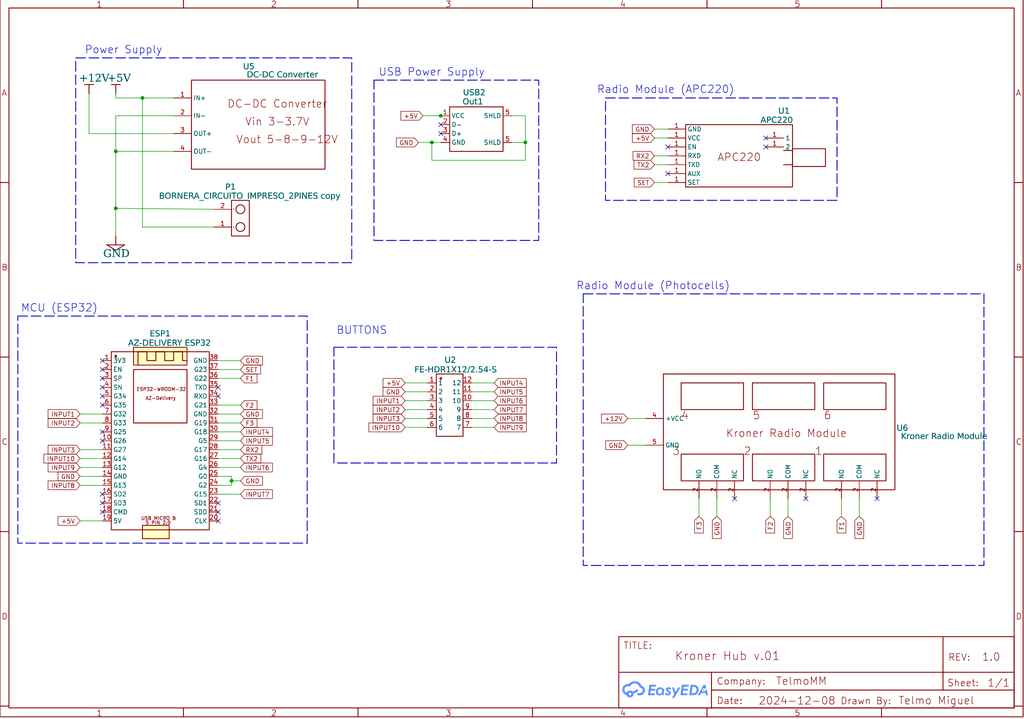
<source format=kicad_sch>
(kicad_sch (version 20250114) (generator "eeschema") (generator_version "9.0")
  (paper "User" 292.1 205.105)
  (lib_symbols
    (symbol "+12V" (power) (pin_numbers (hide yes)) (pin_names (hide yes))
      (property "Value" "+12V" (at 0 -3.81 0))
      (symbol "+12V_0_0"
        (pin power_in line (at 0 0 270) (length 0) (name "+12V") (number "1"))
      )
    )
    (symbol "+5V" (power) (pin_numbers (hide yes)) (pin_names (hide yes))
      (property "Value" "+5V" (at 0 -3.81 0))
      (symbol "+5V_0_0"
        (pin power_in line (at 0 0 270) (length 0) (name "+5V") (number "1"))
      )
    )
    (symbol "APC220"
      (property "Reference" "U1" (at -4.0386 21.2471 0))
      (property "Value" "APC220" (at -9.4742 18.7071 0))
      (symbol "APC220_0_0"
        (text "APC220" (at -8.89 8.5217 0) (effects (font (size 2.1717 2.1717)) (justify right top)))
        (pin unspecified line (at -35.56 15.24 0) (length 5.08) (name "GND") (number "1"))
        (pin unspecified line (at -35.56 12.7 0) (length 5.08) (name "VCC") (number "1"))
        (pin unspecified line (at -35.56 10.16 0) (length 5.08) (name "EN") (number "1"))
        (pin unspecified line (at -35.56 7.62 0) (length 5.08) (name "RXD") (number "1"))
        (pin unspecified line (at -35.56 5.08 0) (length 5.08) (name "TXD") (number "1"))
        (pin unspecified line (at -35.56 2.54 0) (length 5.08) (name "AUX") (number "1"))
        (pin unspecified line (at -35.56 0 0) (length 5.08) (name "SET") (number "1"))
        (pin unspecified line (at -7.62 12.7 0) (length 5.08) (name "1") (number "1"))
        (pin unspecified line (at -7.62 10.16 0) (length 5.08) (name "2") (number "1"))
      )
    )
    (symbol "AZ-DELIVERY ESP32"
      (property "Reference" "ESP1" (at -3.0226 32.6517 0))
      (property "Value" "AZ-DELIVERY ESP32" (at -10.5156 30.0609 0))
      (symbol "AZ-DELIVERY ESP32_0_0"
        (text "ESP32-WROOM-32" (at -6.8072 16.5354 0) (effects (font (size 0.9652 0.9652)) (justify left top)))
        (text "USB MICRO B" (at -5.5372 -20.2692 0) (effects (font (size 0.9652 0.9652)) (justify left top)))
        (text "AZ-Delivery" (at -4.2672 13.9954 0) (effects (font (size 0.9652 0.9652)) (justify left top)))
        (text "5 PIN 2.0" (at -4.2672 -21.5392 0) (effects (font (size 0.9652 0.9652)) (justify left top)))
        (pin passive line (at -16.51 24.13 0) (length 2.54) (name "3V3") (number "1"))
        (pin unspecified line (at -16.51 21.59 0) (length 2.54) (name "EN") (number "2"))
        (pin unspecified line (at -16.51 19.05 0) (length 2.54) (name "SP") (number "3"))
        (pin unspecified line (at -16.51 16.51 0) (length 2.54) (name "SN") (number "4"))
        (pin unspecified line (at -16.51 13.97 0) (length 2.54) (name "G34") (number "5"))
        (pin unspecified line (at -16.51 11.43 0) (length 2.54) (name "G35") (number "6"))
        (pin unspecified line (at -16.51 8.89 0) (length 2.54) (name "G32") (number "7"))
        (pin unspecified line (at -16.51 6.35 0) (length 2.54) (name "G33") (number "8"))
        (pin unspecified line (at -16.51 3.81 0) (length 2.54) (name "G25") (number "9"))
        (pin unspecified line (at -16.51 1.27 0) (length 2.54) (name "G26") (number "10"))
        (pin unspecified line (at -16.51 -1.27 0) (length 2.54) (name "G27") (number "11"))
        (pin unspecified line (at -16.51 -3.81 0) (length 2.54) (name "G14") (number "12"))
        (pin unspecified line (at -16.51 -6.35 0) (length 2.54) (name "G12") (number "13"))
        (pin unspecified line (at -16.51 -8.89 0) (length 2.54) (name "GND") (number "14"))
        (pin unspecified line (at -16.51 -11.43 0) (length 2.54) (name "G13") (number "15"))
        (pin unspecified line (at -16.51 -13.97 0) (length 2.54) (name "SD2") (number "16"))
        (pin unspecified line (at -16.51 -16.51 0) (length 2.54) (name "SD3") (number "17"))
        (pin unspecified line (at -16.51 -19.05 0) (length 2.54) (name "CMD") (number "18"))
        (pin passive line (at -16.51 -21.59 0) (length 2.54) (name "5V") (number "19"))
        (pin unspecified line (at 16.51 24.13 180) (length 2.54) (name "GND") (number "38"))
        (pin unspecified line (at 16.51 21.59 180) (length 2.54) (name "G23") (number "37"))
        (pin unspecified line (at 16.51 19.05 180) (length 2.54) (name "G22") (number "36"))
        (pin unspecified line (at 16.51 16.51 180) (length 2.54) (name "TXD") (number "35"))
        (pin unspecified line (at 16.51 13.97 180) (length 2.54) (name "RXD") (number "34"))
        (pin unspecified line (at 16.51 11.43 180) (length 2.54) (name "G21") (number "33"))
        (pin unspecified line (at 16.51 8.89 180) (length 2.54) (name "GND") (number "32"))
        (pin unspecified line (at 16.51 6.35 180) (length 2.54) (name "G19") (number "31"))
        (pin unspecified line (at 16.51 3.81 180) (length 2.54) (name "G18") (number "30"))
        (pin unspecified line (at 16.51 1.27 180) (length 2.54) (name "G5") (number "29"))
        (pin unspecified line (at 16.51 -1.27 180) (length 2.54) (name "G17") (number "28"))
        (pin unspecified line (at 16.51 -3.81 180) (length 2.54) (name "G16") (number "27"))
        (pin unspecified line (at 16.51 -6.35 180) (length 2.54) (name "G4") (number "26"))
        (pin unspecified line (at 16.51 -8.89 180) (length 2.54) (name "G0") (number "25"))
        (pin unspecified line (at 16.51 -11.43 180) (length 2.54) (name "G2") (number "24"))
        (pin unspecified line (at 16.51 -13.97 180) (length 2.54) (name "G15") (number "23"))
        (pin unspecified line (at 16.51 -16.51 180) (length 2.54) (name "SD1") (number "22"))
        (pin unspecified line (at 16.51 -19.05 180) (length 2.54) (name "SDD") (number "21"))
        (pin unspecified line (at 16.51 -21.59 180) (length 2.54) (name "CLK") (number "20"))
      )
    )
    (symbol "BORNERA_CIRCUITO_IMPRESO_2PINES copy"
      (property "Reference" "P1" (at 1.1938 12.2809 0))
      (property "Value" "BORNERA_CIRCUITO_IMPRESO_2PINES copy" (at 32.385 9.7663 0))
      (symbol "BORNERA_CIRCUITO_IMPRESO_2PINES copy_0_0"
        (pin unspecified line (at -5.08 5.08 0) (length 5.08) (name "2") (number "2"))
        (pin unspecified line (at -5.08 0 0) (length 5.08) (name "1") (number "1"))
      )
    )
    (symbol "DC-DC Converter"
      (property "Reference" "U5" (at -0.4826 17.4117 0))
      (property "Value" "DC-DC Converter" (at -0.4826 15.1511 0))
      (symbol "DC-DC Converter_0_0"
        (text "DC-DC Converter" (at -5.08 7.2517 0) (effects (font (size 2.1717 2.1717)) (justify left top)))
        (text "Vout 5-8-9-12V" (at -2.54 -2.9083 0) (effects (font (size 2.1717 2.1717)) (justify left top)))
        (text "Vin 3-3.7V" (at 0 2.1717 0) (effects (font (size 2.1717 2.1717)) (justify left top)))
        (pin unspecified line (at -20.32 7.62 0) (length 5.08) (name "IN+") (number "1"))
        (pin unspecified line (at -20.32 2.54 0) (length 5.08) (name "IN-") (number "2"))
        (pin unspecified line (at -20.32 -2.54 0) (length 5.08) (name "OUT+") (number "3"))
        (pin unspecified line (at -20.32 -7.62 0) (length 5.08) (name "OUT-") (number "4"))
      )
    )
    (symbol "FE-HDR1X12/2.54-S"
      (property "Reference" "U2" (at -1.4478 13.7033 0))
      (property "Value" "FE-HDR1X12/2.54-S" (at -12.319 11.0109 0))
      (symbol "FE-HDR1X12/2.54-S_0_0"
        (pin unspecified line (at -6.35 6.35 0) (length 2.54) (name "1") (number "1"))
        (pin unspecified line (at -6.35 3.81 0) (length 2.54) (name "2") (number "2"))
        (pin unspecified line (at -6.35 1.27 0) (length 2.54) (name "3") (number "3"))
        (pin unspecified line (at -6.35 -1.27 0) (length 2.54) (name "4") (number "4"))
        (pin unspecified line (at -6.35 -3.81 0) (length 2.54) (name "5") (number "5"))
        (pin unspecified line (at -6.35 -6.35 0) (length 2.54) (name "6") (number "6"))
        (pin unspecified line (at 6.35 6.35 180) (length 2.54) (name "12") (number "12"))
        (pin unspecified line (at 6.35 3.81 180) (length 2.54) (name "11") (number "11"))
        (pin unspecified line (at 6.35 1.27 180) (length 2.54) (name "10") (number "10"))
        (pin unspecified line (at 6.35 -1.27 180) (length 2.54) (name "9") (number "9"))
        (pin unspecified line (at 6.35 -3.81 180) (length 2.54) (name "8") (number "8"))
        (pin unspecified line (at 6.35 -6.35 180) (length 2.54) (name "7") (number "7"))
      )
    )
    (symbol "GND" (power) (pin_numbers (hide yes)) (pin_names (hide yes))
      (property "Value" "GND" (at 0 -6.35 0))
      (symbol "GND_0_0"
        (pin power_in line (at 0 0 270) (length 0) (name "GND") (number "1"))
      )
    )
    (symbol "Kroner Radio Module"
      (property "Reference" "U6" (at 36.068 8.2677 0))
      (property "Value" "Kroner Radio Module" (at 36.068 5.9817 0))
      (symbol "Kroner Radio Module_0_0"
        (text "3" (at -27.94 2.1717 0) (effects (font (size 2.1717 2.1717)) (justify left top)))
        (text "4" (at -25.4 12.3317 0) (effects (font (size 2.1717 2.1717)) (justify left top)))
        (text "Kroner Radio Module" (at -12.7 7.2517 0) (effects (font (size 2.1717 2.1717)) (justify left top)))
        (text "2" (at -7.62 2.1717 0) (effects (font (size 2.1717 2.1717)) (justify left top)))
        (text "5" (at -5.08 12.3317 0) (effects (font (size 2.1717 2.1717)) (justify left top)))
        (text "1" (at 12.7 2.1717 0) (effects (font (size 2.1717 2.1717)) (justify left top)))
        (text "6" (at 15.24 12.3317 0) (effects (font (size 2.1717 2.1717)) (justify left top)))
        (pin unspecified line (at -35.56 10.16 0) (length 5.08) (name "+VCC") (number "4"))
        (pin unspecified line (at -35.56 2.54 0) (length 5.08) (name "GND") (number "5"))
        (pin unspecified line (at -20.32 -12.7 90) (length 5.08) (name "NO") (number "2"))
        (pin unspecified line (at -15.24 -12.7 90) (length 5.08) (name "COM") (number "2"))
        (pin unspecified line (at -10.16 -12.7 90) (length 5.08) (name "NC") (number "2"))
        (pin unspecified line (at 0 -12.7 90) (length 5.08) (name "NO") (number "2"))
        (pin unspecified line (at 5.08 -12.7 90) (length 5.08) (name "COM") (number "2"))
        (pin unspecified line (at 10.16 -12.7 90) (length 5.08) (name "NC") (number "2"))
        (pin unspecified line (at 20.32 -12.7 90) (length 5.08) (name "NO") (number "2"))
        (pin unspecified line (at 25.4 -12.7 90) (length 5.08) (name "COM") (number "2"))
        (pin unspecified line (at 30.48 -12.7 90) (length 5.08) (name "NC") (number "2"))
      )
    )
    (symbol "Unknown_0_-806"
      (symbol "Unknown_0_-806_0_0"
        (text "A" (at 0.381 -25.7429 0) (effects (font (size 1.6891 1.6891)) (justify left top)))
        (text "B" (at 0.381 -75.5269 0) (effects (font (size 1.6891 1.6891)) (justify left top)))
        (text "C" (at 0.381 -125.3109 0) (effects (font (size 1.6891 1.6891)) (justify left top)))
        (text "D" (at 0.381 -175.0949 0) (effects (font (size 1.6891 1.6891)) (justify left top)))
        (text "1" (at 27.432 -0.4699 0) (effects (font (size 1.6891 1.6891)) (justify left top)))
        (text "1" (at 27.432 -202.6539 0) (effects (font (size 1.6891 1.6891)) (justify left top)))
        (text "2" (at 77.216 -0.4699 0) (effects (font (size 1.6891 1.6891)) (justify left top)))
        (text "2" (at 77.216 -202.6539 0) (effects (font (size 1.6891 1.6891)) (justify left top)))
        (text "3" (at 127 -0.4699 0) (effects (font (size 1.6891 1.6891)) (justify left top)))
        (text "3" (at 127 -202.6539 0) (effects (font (size 1.6891 1.6891)) (justify left top)))
        (text "4" (at 176.784 -0.4699 0) (effects (font (size 1.6891 1.6891)) (justify left top)))
        (text "4" (at 176.784 -202.6539 0) (effects (font (size 1.6891 1.6891)) (justify left top)))
        (text "TITLE:" (at 177.7746 -183.2356 0) (effects (font (size 1.9304 1.9304)) (justify left top)))
        (text "Kroner Hub v.01" (at 192.4304 -185.928 0) (effects (font (size 2.413 2.413)) (justify left top)))
        (text "Company:" (at 204.3684 -193.4464 0) (effects (font (size 1.9304 1.9304)) (justify left top)))
        (text "Date:" (at 204.3684 -198.9836 0) (effects (font (size 1.9304 1.9304)) (justify left top)))
        (text "2024-12-08" (at 216.3064 -198.8439 0) (effects (font (size 2.1717 2.1717)) (justify left top)))
        (text "TelmoMM" (at 221.2848 -193.2305 0) (effects (font (size 2.1717 2.1717)) (justify left top)))
        (text "5" (at 226.568 -0.4699 0) (effects (font (size 1.6891 1.6891)) (justify left top)))
        (text "5" (at 226.568 -202.6539 0) (effects (font (size 1.6891 1.6891)) (justify left top)))
        (text "Drawn By:" (at 239.6744 -199.0344 0) (effects (font (size 1.9304 1.9304)) (justify left top)))
        (text "Telmo Miguel" (at 256.1844 -198.7931 0) (effects (font (size 2.1717 2.1717)) (justify left top)))
        (text "Sheet:" (at 270.1544 -193.9036 0) (effects (font (size 1.9304 1.9304)) (justify left top)))
        (text "REV:" (at 270.4084 -186.5884 0) (effects (font (size 1.9304 1.9304)) (justify left top)))
        (text "1.0" (at 280.0604 -186.3471 0) (effects (font (size 2.1717 2.1717)) (justify left top)))
        (text "1/1" (at 281.5844 -193.7639 0) (effects (font (size 2.1717 2.1717)) (justify left top)))
        (text "A" (at 289.687 -25.7429 0) (effects (font (size 1.6891 1.6891)) (justify left top)))
        (text "B" (at 289.687 -75.5269 0) (effects (font (size 1.6891 1.6891)) (justify left top)))
        (text "C" (at 289.687 -125.3109 0) (effects (font (size 1.6891 1.6891)) (justify left top)))
        (text "D" (at 289.687 -175.0949 0) (effects (font (size 1.6891 1.6891)) (justify left top)))
      )
    )
    (symbol "Unknown_535_-660"
      (property "Reference" "USB2" (at 2.5654 11.2649 0))
      (property "Value" "Out1" (at 2.0574 8.7249 0))
      (symbol "Unknown_535_-660_0_0"
        (pin input line (at -10.16 3.81 0) (length 2.54) (name "VCC") (number "1"))
        (pin input line (at -10.16 1.27 0) (length 2.54) (name "D-") (number "2"))
        (pin input line (at -10.16 -1.27 0) (length 2.54) (name "D+") (number "3"))
        (pin input line (at -10.16 -3.81 0) (length 2.54) (name "GND") (number "4"))
        (pin unspecified line (at 10.16 3.81 180) (length 2.54) (name "SHLD") (number "5"))
        (pin unspecified line (at 10.16 -3.81 180) (length 2.54) (name "SHLD") (number "5"))
      )
    )
  )
  (rectangle (start 21.59 16.51) (end 100.33 74.93) (stroke (width 0.254) (type dash)))
  (rectangle (start 106.68 22.86) (end 153.67 68.58) (stroke (width 0.254) (type dash)))
  (rectangle (start 166.37 83.82) (end 280.67 161.29) (stroke (width 0.254) (type dash)))
  (rectangle (start 95.25 99.06) (end 158.75 132.08) (stroke (width 0.254) (type dash)))
  (rectangle (start 5.08 90.17) (end 87.63 154.94) (stroke (width 0.254) (type dash)))
  (rectangle (start 172.72 27.94) (end 238.76 57.15) (stroke (width 0.254) (type dash)))
  (text "Radio Module (APC220)" (at 209.5246 24.3967 0) (effects (font (size 2.1717 2.1717)) (justify right top)))
  (text "Power Supply" (at 24.13 13.0683 0) (effects (font (size 2.1717 2.1717)) (justify left top)))
  (text "USB Power Supply" (at 107.95 19.4183 0) (effects (font (size 2.1717 2.1717)) (justify left top)))
  (text "BUTTONS" (at 110.49 93.0783 0) (effects (font (size 2.1717 2.1717)) (justify right top)))
  (text "Radio Module (Photocells)" (at 208.28 80.3783 0) (effects (font (size 2.1717 2.1717)) (justify right top)))
  (text "MCU (ESP32)" (at 27.94 86.7283 0) (effects (font (size 2.1717 2.1717)) (justify right top)))
  (junction (at 40.64 27.94))
  (junction (at 66.04 137.16))
  (junction (at 123.19 40.64))
  (junction (at 33.02 43.18))
  (junction (at 125.73 33.02))
  (junction (at 33.02 59.436))
  (junction (at 149.86 40.64))
  (no_connect (at 125.73 35.56))
  (no_connect (at 209.55 142.24))
  (no_connect (at 62.23 146.05))
  (no_connect (at 29.21 115.57))
  (no_connect (at 250.19 142.24))
  (no_connect (at 29.21 102.87))
  (no_connect (at 29.21 143.51))
  (no_connect (at 190.5 49.53))
  (no_connect (at 229.87 142.24))
  (no_connect (at 62.23 113.03))
  (no_connect (at 29.21 107.95))
  (no_connect (at 62.23 143.51))
  (no_connect (at 29.21 125.73))
  (no_connect (at 29.21 146.05))
  (no_connect (at 29.21 113.03))
  (no_connect (at 218.44 41.91))
  (no_connect (at 62.23 148.59))
  (no_connect (at 29.21 123.19))
  (no_connect (at 29.21 140.97))
  (no_connect (at 218.44 39.37))
  (no_connect (at 62.23 110.49))
  (no_connect (at 190.5 41.91))
  (no_connect (at 29.21 110.49))
  (no_connect (at 29.21 105.41))
  (no_connect (at 125.73 38.1))
  (wire (pts (xy 68.58 137.16) (xy 66.04 137.16)))
  (wire (pts (xy 224.79 147.32) (xy 224.79 142.24)))
  (wire (pts (xy 121.92 114.3) (xy 115.57 114.3)))
  (wire (pts (xy 149.86 45.72) (xy 123.19 45.72)))
  (wire (pts (xy 33.02 33.02) (xy 33.02 43.18)))
  (wire (pts (xy 25.4 38.1) (xy 25.4 26.67)))
  (wire (pts (xy 68.58 128.27) (xy 62.23 128.27)))
  (wire (pts (xy 62.23 107.95) (xy 68.58 107.95)))
  (wire (pts (xy 33.02 27.94) (xy 33.02 26.67)))
  (wire (pts (xy 62.23 130.81) (xy 68.58 130.81)))
  (wire (pts (xy 33.02 43.18) (xy 33.02 59.436)))
  (wire (pts (xy 146.05 33.02) (xy 149.86 33.02)))
  (wire (pts (xy 33.02 59.436) (xy 33.02 67.31)))
  (wire (pts (xy 60.96 64.77) (xy 40.64 64.77)))
  (wire (pts (xy 29.21 120.65) (xy 22.86 120.65)))
  (wire (pts (xy 134.62 111.76) (xy 140.97 111.76)))
  (wire (pts (xy 123.19 40.64) (xy 119.38 40.64)))
  (wire (pts (xy 219.71 147.32) (xy 219.71 142.24)))
  (wire (pts (xy 22.86 135.89) (xy 29.21 135.89)))
  (wire (pts (xy 62.23 140.97) (xy 68.58 140.97)))
  (wire (pts (xy 184.15 119.38) (xy 179.07 119.38)))
  (wire (pts (xy 60.96 59.69) (xy 33.02 59.436)))
  (wire (pts (xy 134.62 119.38) (xy 140.97 119.38)))
  (wire (pts (xy 190.5 36.83) (xy 186.69 36.83)))
  (wire (pts (xy 149.86 33.02) (xy 149.86 40.64)))
  (wire (pts (xy 29.21 148.59) (xy 22.86 148.59)))
  (wire (pts (xy 62.23 133.35) (xy 68.58 133.35)))
  (wire (pts (xy 125.73 33.02) (xy 120.65 33.02)))
  (wire (pts (xy 121.92 109.22) (xy 115.57 109.22)))
  (wire (pts (xy 134.62 121.92) (xy 140.97 121.92)))
  (wire (pts (xy 62.23 102.87) (xy 68.58 102.87)))
  (wire (pts (xy 190.5 44.45) (xy 186.69 44.45)))
  (wire (pts (xy 62.23 105.41) (xy 68.58 105.41)))
  (wire (pts (xy 149.86 40.64) (xy 149.86 45.72)))
  (wire (pts (xy 62.23 125.73) (xy 68.58 125.73)))
  (wire (pts (xy 49.53 43.18) (xy 33.02 43.18)))
  (wire (pts (xy 29.21 128.27) (xy 22.86 128.27)))
  (wire (pts (xy 134.62 116.84) (xy 140.97 116.84)))
  (wire (pts (xy 245.11 147.32) (xy 245.11 142.24)))
  (wire (pts (xy 62.23 120.65) (xy 68.58 120.65)))
  (wire (pts (xy 240.03 147.32) (xy 240.03 142.24)))
  (wire (pts (xy 22.86 138.43) (xy 29.21 138.43)))
  (wire (pts (xy 22.86 133.35) (xy 29.21 133.35)))
  (wire (pts (xy 134.62 109.22) (xy 140.97 109.22)))
  (wire (pts (xy 199.39 147.32) (xy 199.39 142.24)))
  (wire (pts (xy 49.53 38.1) (xy 25.4 38.1)))
  (wire (pts (xy 62.23 115.57) (xy 68.58 115.57)))
  (wire (pts (xy 127 33.02) (xy 125.73 33.02)))
  (wire (pts (xy 29.21 118.11) (xy 22.86 118.11)))
  (wire (pts (xy 49.53 33.02) (xy 33.02 33.02)))
  (wire (pts (xy 49.53 27.94) (xy 40.64 27.94)))
  (wire (pts (xy 121.92 111.76) (xy 115.57 111.76)))
  (wire (pts (xy 40.64 64.77) (xy 40.64 27.94)))
  (wire (pts (xy 121.92 121.92) (xy 115.57 121.92)))
  (wire (pts (xy 66.04 137.16) (xy 66.04 138.43)))
  (wire (pts (xy 66.04 138.43) (xy 62.23 138.43)))
  (wire (pts (xy 204.47 147.32) (xy 204.47 142.24)))
  (wire (pts (xy 33.02 27.94) (xy 40.64 27.94)))
  (wire (pts (xy 123.19 45.72) (xy 123.19 40.64)))
  (wire (pts (xy 186.69 46.99) (xy 190.5 46.99)))
  (wire (pts (xy 186.69 39.37) (xy 190.5 39.37)))
  (wire (pts (xy 125.73 40.64) (xy 123.19 40.64)))
  (wire (pts (xy 121.92 119.38) (xy 115.57 119.38)))
  (wire (pts (xy 121.92 116.84) (xy 115.57 116.84)))
  (wire (pts (xy 179.07 127) (xy 184.15 127)))
  (wire (pts (xy 68.58 118.11) (xy 62.23 118.11)))
  (wire (pts (xy 190.5 52.07) (xy 186.69 52.07)))
  (wire (pts (xy 66.04 135.89) (xy 66.04 137.16)))
  (wire (pts (xy 134.62 114.3) (xy 140.97 114.3)))
  (wire (pts (xy 22.86 130.81) (xy 29.21 130.81)))
  (wire (pts (xy 146.05 40.64) (xy 149.86 40.64)))
  (wire (pts (xy 62.23 123.19) (xy 68.58 123.19)))
  (wire (pts (xy 62.23 135.89) (xy 66.04 135.89)))
  (global_label "+5V" (shape input) (at 22.86 148.59 180) (property "Intersheetrefs" "${INTERSHEET_REFS}" (effects (hide yes))))
  (global_label "INPUT6" (shape input) (at 68.58 133.35 0) (property "Intersheetrefs" "${INTERSHEET_REFS}" (effects (hide yes))))
  (global_label "TX2" (shape input) (at 68.58 130.81 0) (property "Intersheetrefs" "${INTERSHEET_REFS}" (effects (hide yes))))
  (global_label "INPUT10" (shape input) (at 115.57 121.92 180) (property "Intersheetrefs" "${INTERSHEET_REFS}" (effects (hide yes))))
  (global_label "+5V" (shape input) (at 120.65 33.02 180) (property "Intersheetrefs" "${INTERSHEET_REFS}" (effects (hide yes))))
  (global_label "INPUT8" (shape input) (at 22.86 138.43 180) (property "Intersheetrefs" "${INTERSHEET_REFS}" (effects (hide yes))))
  (global_label "INPUT10" (shape input) (at 22.86 130.81 180) (property "Intersheetrefs" "${INTERSHEET_REFS}" (effects (hide yes))))
  (global_label "GND" (shape input) (at 245.11 147.32 270) (property "Intersheetrefs" "${INTERSHEET_REFS}" (effects (hide yes))))
  (global_label "SET" (shape input) (at 186.69 52.07 180) (property "Intersheetrefs" "${INTERSHEET_REFS}" (effects (hide yes))))
  (global_label "F3" (shape input) (at 68.58 120.65 0) (property "Intersheetrefs" "${INTERSHEET_REFS}" (effects (hide yes))))
  (global_label "F1" (shape input) (at 68.58 107.95 0) (property "Intersheetrefs" "${INTERSHEET_REFS}" (effects (hide yes))))
  (global_label "INPUT5" (shape input) (at 68.58 125.73 0) (property "Intersheetrefs" "${INTERSHEET_REFS}" (effects (hide yes))))
  (global_label "GND" (shape input) (at 119.38 40.64 180) (property "Intersheetrefs" "${INTERSHEET_REFS}" (effects (hide yes))))
  (global_label "RX2" (shape input) (at 186.69 44.45 180) (property "Intersheetrefs" "${INTERSHEET_REFS}" (effects (hide yes))))
  (global_label "INPUT1" (shape input) (at 22.86 118.11 180) (property "Intersheetrefs" "${INTERSHEET_REFS}" (effects (hide yes))))
  (global_label "INPUT5" (shape input) (at 140.97 111.76 0) (property "Intersheetrefs" "${INTERSHEET_REFS}" (effects (hide yes))))
  (global_label "RX2" (shape input) (at 68.58 128.27 0) (property "Intersheetrefs" "${INTERSHEET_REFS}" (effects (hide yes))))
  (global_label "INPUT3" (shape input) (at 115.57 119.38 180) (property "Intersheetrefs" "${INTERSHEET_REFS}" (effects (hide yes))))
  (global_label "TX2" (shape input) (at 186.69 46.99 180) (property "Intersheetrefs" "${INTERSHEET_REFS}" (effects (hide yes))))
  (global_label "INPUT6" (shape input) (at 140.97 114.3 0) (property "Intersheetrefs" "${INTERSHEET_REFS}" (effects (hide yes))))
  (global_label "INPUT8" (shape input) (at 140.97 119.38 0) (property "Intersheetrefs" "${INTERSHEET_REFS}" (effects (hide yes))))
  (global_label "INPUT4" (shape input) (at 68.58 123.19 0) (property "Intersheetrefs" "${INTERSHEET_REFS}" (effects (hide yes))))
  (global_label "F3" (shape input) (at 199.39 147.32 270) (property "Intersheetrefs" "${INTERSHEET_REFS}" (effects (hide yes))))
  (global_label "INPUT9" (shape input) (at 22.86 133.35 180) (property "Intersheetrefs" "${INTERSHEET_REFS}" (effects (hide yes))))
  (global_label "GND" (shape input) (at 179.07 127 180) (property "Intersheetrefs" "${INTERSHEET_REFS}" (effects (hide yes))))
  (global_label "GND" (shape input) (at 224.79 147.32 270) (property "Intersheetrefs" "${INTERSHEET_REFS}" (effects (hide yes))))
  (global_label "GND" (shape input) (at 186.69 36.83 180) (property "Intersheetrefs" "${INTERSHEET_REFS}" (effects (hide yes))))
  (global_label "GND" (shape input) (at 68.58 137.16 0) (property "Intersheetrefs" "${INTERSHEET_REFS}" (effects (hide yes))))
  (global_label "INPUT3" (shape input) (at 22.86 128.27 180) (property "Intersheetrefs" "${INTERSHEET_REFS}" (effects (hide yes))))
  (global_label "INPUT7" (shape input) (at 68.58 140.97 0) (property "Intersheetrefs" "${INTERSHEET_REFS}" (effects (hide yes))))
  (global_label "SET" (shape input) (at 68.58 105.41 0) (property "Intersheetrefs" "${INTERSHEET_REFS}" (effects (hide yes))))
  (global_label "GND" (shape input) (at 22.86 135.89 180) (property "Intersheetrefs" "${INTERSHEET_REFS}" (effects (hide yes))))
  (global_label "+5V" (shape input) (at 186.69 39.37 180) (property "Intersheetrefs" "${INTERSHEET_REFS}" (effects (hide yes))))
  (global_label "GND" (shape input) (at 115.57 111.76 180) (property "Intersheetrefs" "${INTERSHEET_REFS}" (effects (hide yes))))
  (global_label "INPUT2" (shape input) (at 22.86 120.65 180) (property "Intersheetrefs" "${INTERSHEET_REFS}" (effects (hide yes))))
  (global_label "GND" (shape input) (at 68.58 118.11 0) (property "Intersheetrefs" "${INTERSHEET_REFS}" (effects (hide yes))))
  (global_label "GND" (shape input) (at 204.47 147.32 270) (property "Intersheetrefs" "${INTERSHEET_REFS}" (effects (hide yes))))
  (global_label "F2" (shape input) (at 68.58 115.57 0) (property "Intersheetrefs" "${INTERSHEET_REFS}" (effects (hide yes))))
  (global_label "+5V" (shape input) (at 115.57 109.22 180) (property "Intersheetrefs" "${INTERSHEET_REFS}" (effects (hide yes))))
  (global_label "INPUT4" (shape input) (at 140.97 109.22 0) (property "Intersheetrefs" "${INTERSHEET_REFS}" (effects (hide yes))))
  (global_label "F2" (shape input) (at 219.71 147.32 270) (property "Intersheetrefs" "${INTERSHEET_REFS}" (effects (hide yes))))
  (global_label "GND" (shape input) (at 68.58 102.87 0) (property "Intersheetrefs" "${INTERSHEET_REFS}" (effects (hide yes))))
  (global_label "INPUT7" (shape input) (at 140.97 116.84 0) (property "Intersheetrefs" "${INTERSHEET_REFS}" (effects (hide yes))))
  (global_label "F1" (shape input) (at 240.03 147.32 270) (property "Intersheetrefs" "${INTERSHEET_REFS}" (effects (hide yes))))
  (global_label "INPUT1" (shape input) (at 115.57 114.3 180) (property "Intersheetrefs" "${INTERSHEET_REFS}" (effects (hide yes))))
  (global_label "+12V" (shape input) (at 179.07 119.38 180) (property "Intersheetrefs" "${INTERSHEET_REFS}" (effects (hide yes))))
  (global_label "INPUT9" (shape input) (at 140.97 121.92 0) (property "Intersheetrefs" "${INTERSHEET_REFS}" (effects (hide yes))))
  (global_label "INPUT2" (shape input) (at 115.57 116.84 180) (property "Intersheetrefs" "${INTERSHEET_REFS}" (effects (hide yes))))
  (symbol (lib_id "Unknown_535_-660") (at 135.89 36.83 0) (unit 0)
    (property "Reference" "USB2" (at 138.4554 25.5651 0) (effects (font (size 1.6891 1.6891)) (justify right top)))
    (property "Value" "Out1" (at 137.9474 28.1051 0) (effects (font (size 1.6891 1.6891)) (justify right top)))
    (property "Manufacturer Part" "USB-AF-90-13.6X14.4-H6.95" (effects (hide yes)))
    (property "Manufacturer" "LCSC" (effects (hide yes)))
    (property "Supplier Part" "C42628" (effects (hide yes)))
    (property "Supplier" "LCSC" (effects (hide yes)))
  )
  (symbol (lib_id "Kroner Radio Module") (at 219.71 129.54 0) (unit 0)
    (property "Reference" "U6" (at 255.778 121.2723 0) (effects (font (size 1.6891 1.6891)) (justify left top)))
    (property "Value" "Kroner Radio Module" (at 255.778 123.5583 0) (effects (font (size 1.6891 1.6891)) (justify left top)))
  )
  (symbol (lib_id "BORNERA_CIRCUITO_IMPRESO_2PINES copy") (at 66.04 64.77 0) (unit 0)
    (property "Reference" "P1" (at 67.2338 52.4891 0) (effects (font (size 1.6891 1.6891)) (justify right top)))
    (property "Value" "BORNERA_CIRCUITO_IMPRESO_2PINES copy" (at 98.425 55.0037 0) (effects (font (size 1.6891 1.6891)) (justify right top)))
    (property "Datasheet" "http://www.cetronic.es/sqlcommerce/disenos/plantilla1/seccion/Catalogo.jsp?idIdioma=&idTienda=93&cPath=1175" (effects (hide yes)))
    (property "Manufacturer Part" "BORNERA CIRCUITO IMPRESO 2PINES" (effects (hide yes)))
  )
  (symbol (lib_id "+12V") (at 25.4 26.67 0) (mirror x) (unit 0)
    (property "Reference" "#PWR?" (effects (hide yes)))
    (property "Value" "+12V" (at 22.352 23.622 0) (effects (font (size 2.1717 2.1717)) (justify left top)))
    (property "Description" "El símbolo de potencia crea una etiqueta global con el nombre '+12V'" (effects (hide yes)))
  )
  (symbol (lib_id "Unknown_0_-806") (at 0 -0.254 0) (unit 0)
    (property "Reference" "A" (effects (hide yes)))
    (property "Value" "A" (effects (hide yes)))
    (property "Manufacturer Part" "?" (effects (hide yes)))
  )
  (symbol (lib_id "AZ-DELIVERY ESP32") (at 45.72 127 0) (unit 0)
    (property "Reference" "ESP1" (at 42.6974 94.3483 0) (effects (font (size 1.6891 1.6891)) (justify left top)))
    (property "Value" "AZ-DELIVERY ESP32" (at 35.2044 96.9391 0) (effects (font (size 1.6891 1.6891)) (justify left top)))
    (property "Manufacturer" "AZ-DELIVERY" (effects (hide yes)))
    (property "Supplier Part" "ESP32 NodeMCU" (effects (hide yes)))
    (property "Supplier" "AZ-DELIVERY" (effects (hide yes)))
  )
  (symbol (lib_id "GND") (at 33.02 67.31 0) (unit 0)
    (property "Reference" "#PWR?" (effects (hide yes)))
    (property "Value" "GND" (at 29.718 73.66 0) (effects (font (size 2.1717 2.1717)) (justify left bottom)))
    (property "Description" "El símbolo de potencia crea una etiqueta global con el nombre 'GND'" (effects (hide yes)))
  )
  (symbol (lib_id "FE-HDR1X12/2.54-S") (at 128.27 115.57 0) (unit 0)
    (property "Reference" "U2" (at 126.8222 101.8667 0) (effects (font (size 1.6891 1.6891)) (justify left top)))
    (property "Value" "FE-HDR1X12/2.54-S" (at 115.951 104.5591 0) (effects (font (size 1.6891 1.6891)) (justify left top)))
    (property "Manufacturer Part" "Fe-HDR1X12/2.54-S" (effects (hide yes)))
    (property "Manufacturer" "null" (effects (hide yes)))
    (property "Supplier Part" "C9900013702" (effects (hide yes)))
    (property "Supplier" "LCSC" (effects (hide yes)))
  )
  (symbol (lib_id "DC-DC Converter") (at 69.85 35.56 0) (unit 0)
    (property "Reference" "U5" (at 69.3674 18.1483 0) (effects (font (size 1.6891 1.6891)) (justify left top)))
    (property "Value" "DC-DC Converter" (at 69.3674 20.4089 0) (effects (font (size 1.6891 1.6891)) (justify left top)))
  )
  (symbol (lib_id "APC220") (at 226.06 52.07 0) (unit 0)
    (property "Reference" "U1" (at 222.0214 30.8229 0) (effects (font (size 1.6891 1.6891)) (justify left top)))
    (property "Value" "APC220" (at 216.5858 33.3629 0) (effects (font (size 1.6891 1.6891)) (justify left top)))
  )
  (symbol (lib_id "+5V") (at 33.02 26.67 0) (mirror x) (unit 0)
    (property "Reference" "#PWR?" (effects (hide yes)))
    (property "Value" "+5V" (at 30.48 23.622 0) (effects (font (size 2.1717 2.1717)) (justify left top)))
    (property "Description" "El símbolo de potencia crea una etiqueta global con el nombre '+5V'" (effects (hide yes)))
  )
)
</source>
